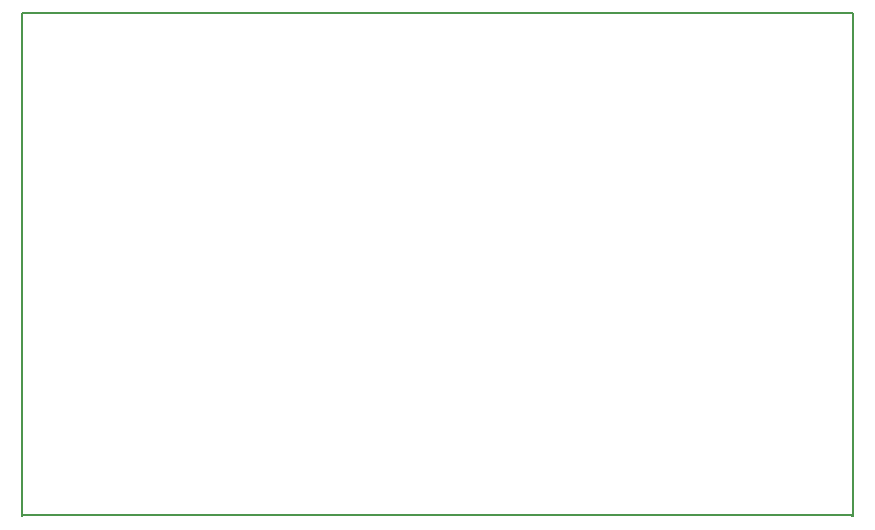
<source format=gko>
G04 #@! TF.FileFunction,Profile,NP*
%FSLAX46Y46*%
G04 Gerber Fmt 4.6, Leading zero omitted, Abs format (unit mm)*
G04 Created by KiCad (PCBNEW 4.0.4-stable) date 11/01/17 22:21:58*
%MOMM*%
%LPD*%
G01*
G04 APERTURE LIST*
%ADD10C,0.100000*%
%ADD11C,0.150000*%
G04 APERTURE END LIST*
D10*
D11*
X101663500Y-100965000D02*
X172085000Y-100965000D01*
X171958000Y-143446500D02*
X171958000Y-143573500D01*
X101663500Y-143446500D02*
X171958000Y-143446500D01*
X101663500Y-100965000D02*
X101663500Y-101028500D01*
X101663500Y-143510000D02*
X101663500Y-100965000D01*
X172085000Y-100965000D02*
X172085000Y-143510000D01*
M02*

</source>
